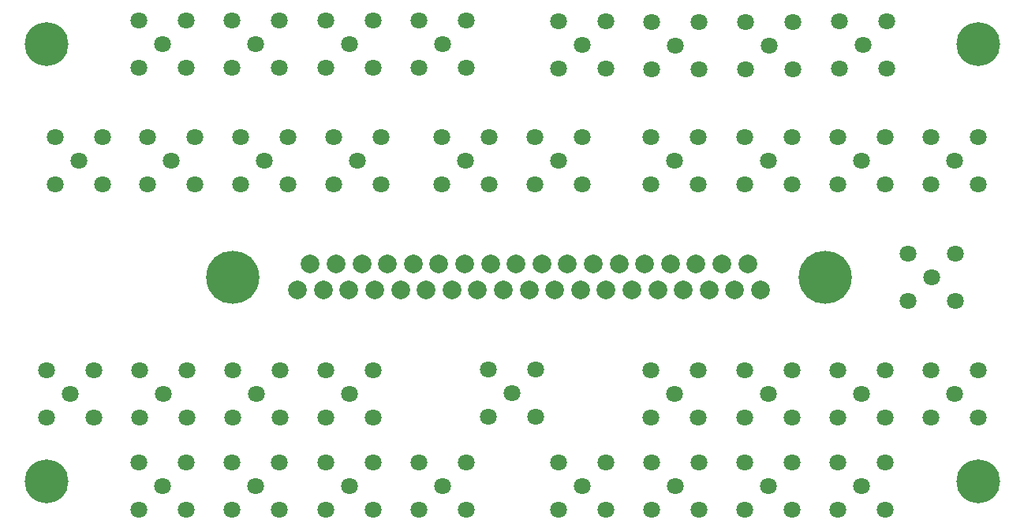
<source format=gts>
G04*
G04 #@! TF.GenerationSoftware,Altium Limited,Altium Designer,19.1.5 (86)*
G04*
G04 Layer_Color=8388736*
%FSLAX25Y25*%
%MOIN*%
G70*
G01*
G75*
%ADD12C,0.07099*%
%ADD13C,0.18517*%
%ADD14C,0.07887*%
%ADD15C,0.22453*%
D12*
X581181Y393543D02*
D03*
X571181Y403543D02*
D03*
Y383543D02*
D03*
X591181D02*
D03*
Y403543D02*
D03*
X580709Y206693D02*
D03*
X570709Y216693D02*
D03*
Y196693D02*
D03*
X590709D02*
D03*
Y216693D02*
D03*
X541339Y206693D02*
D03*
X531339Y216693D02*
D03*
Y196693D02*
D03*
X551339D02*
D03*
Y216693D02*
D03*
X501968Y206693D02*
D03*
X491968Y216693D02*
D03*
Y196693D02*
D03*
X511968D02*
D03*
Y216693D02*
D03*
X462598Y206693D02*
D03*
X452598Y216693D02*
D03*
Y196693D02*
D03*
X472598D02*
D03*
Y216693D02*
D03*
X403543Y206693D02*
D03*
X393543Y216693D02*
D03*
Y196693D02*
D03*
X413543D02*
D03*
Y216693D02*
D03*
X364173Y206693D02*
D03*
X354173Y216693D02*
D03*
Y196693D02*
D03*
X374173D02*
D03*
Y216693D02*
D03*
X324803Y206693D02*
D03*
X314803Y216693D02*
D03*
Y196693D02*
D03*
X334803D02*
D03*
Y216693D02*
D03*
X285433Y206693D02*
D03*
X275433Y216693D02*
D03*
Y196693D02*
D03*
X295433D02*
D03*
Y216693D02*
D03*
X403543Y393701D02*
D03*
X393543Y403701D02*
D03*
Y383701D02*
D03*
X413543D02*
D03*
Y403701D02*
D03*
X364173Y393701D02*
D03*
X354173Y403701D02*
D03*
Y383701D02*
D03*
X374173D02*
D03*
Y403701D02*
D03*
X374331Y255906D02*
D03*
Y235906D02*
D03*
X354331D02*
D03*
Y255906D02*
D03*
X364331Y245906D02*
D03*
X334961Y255906D02*
D03*
Y235906D02*
D03*
X314961D02*
D03*
Y255906D02*
D03*
X324961Y245906D02*
D03*
X295591Y255906D02*
D03*
Y235906D02*
D03*
X275591D02*
D03*
Y255906D02*
D03*
X285591Y245906D02*
D03*
X256220Y255906D02*
D03*
Y235906D02*
D03*
X236220D02*
D03*
Y255906D02*
D03*
X246220Y245906D02*
D03*
X377795Y354488D02*
D03*
Y334488D02*
D03*
X357795D02*
D03*
Y354488D02*
D03*
X367795Y344488D02*
D03*
X338425Y354488D02*
D03*
Y334488D02*
D03*
X318425D02*
D03*
Y354488D02*
D03*
X328425Y344488D02*
D03*
X299055Y354488D02*
D03*
Y334488D02*
D03*
X279055D02*
D03*
Y354488D02*
D03*
X289055Y344488D02*
D03*
X260000Y354488D02*
D03*
Y334488D02*
D03*
X240000D02*
D03*
Y354488D02*
D03*
X250000Y344488D02*
D03*
X334803Y403701D02*
D03*
Y383701D02*
D03*
X314803D02*
D03*
Y403701D02*
D03*
X324803Y393701D02*
D03*
X295433Y403701D02*
D03*
Y383701D02*
D03*
X275433D02*
D03*
Y403701D02*
D03*
X285433Y393701D02*
D03*
X629921Y255906D02*
D03*
Y235906D02*
D03*
X609921D02*
D03*
Y255906D02*
D03*
X619921Y245906D02*
D03*
X590551Y255906D02*
D03*
Y235906D02*
D03*
X570551D02*
D03*
Y255906D02*
D03*
X580551Y245906D02*
D03*
X551181Y255906D02*
D03*
Y235906D02*
D03*
X531181D02*
D03*
Y255906D02*
D03*
X541181Y245906D02*
D03*
X511811Y255906D02*
D03*
Y235906D02*
D03*
X491811D02*
D03*
Y255906D02*
D03*
X501811Y245906D02*
D03*
X551811Y403228D02*
D03*
Y383228D02*
D03*
X531811D02*
D03*
Y403228D02*
D03*
X541811Y393228D02*
D03*
X512126Y403228D02*
D03*
Y383228D02*
D03*
X492126D02*
D03*
Y403228D02*
D03*
X502126Y393228D02*
D03*
X472756Y403543D02*
D03*
Y383543D02*
D03*
X452756D02*
D03*
Y403543D02*
D03*
X462756Y393543D02*
D03*
X629921Y354331D02*
D03*
Y334331D02*
D03*
X609921D02*
D03*
Y354331D02*
D03*
X619921Y344331D02*
D03*
X590551Y354331D02*
D03*
Y334331D02*
D03*
X570551D02*
D03*
Y354331D02*
D03*
X580551Y344331D02*
D03*
X551181Y354331D02*
D03*
Y334331D02*
D03*
X531181D02*
D03*
Y354331D02*
D03*
X541181Y344331D02*
D03*
X511811Y354331D02*
D03*
Y334331D02*
D03*
X491811D02*
D03*
Y354331D02*
D03*
X501811Y344331D02*
D03*
X620236Y305276D02*
D03*
Y285276D02*
D03*
X600236D02*
D03*
Y305276D02*
D03*
X610236Y295276D02*
D03*
X443071Y256063D02*
D03*
Y236063D02*
D03*
X423071D02*
D03*
Y256063D02*
D03*
X433071Y246063D02*
D03*
X423386Y354488D02*
D03*
Y334488D02*
D03*
X403386D02*
D03*
Y354488D02*
D03*
X413386Y344488D02*
D03*
X462756Y354488D02*
D03*
Y334488D02*
D03*
X442756D02*
D03*
Y354488D02*
D03*
X452756Y344488D02*
D03*
D13*
X236220Y208661D02*
D03*
Y393701D02*
D03*
X629921Y208661D02*
D03*
Y393701D02*
D03*
D14*
X499947Y300876D02*
D03*
X489080D02*
D03*
X478213D02*
D03*
X467346D02*
D03*
X456479D02*
D03*
X445612D02*
D03*
X434745D02*
D03*
X423878D02*
D03*
X413011D02*
D03*
X402144D02*
D03*
X391277D02*
D03*
X380410D02*
D03*
X505364Y289676D02*
D03*
X494497D02*
D03*
X483630D02*
D03*
X472763D02*
D03*
X461896D02*
D03*
X451029D02*
D03*
X440162D02*
D03*
X429295D02*
D03*
X418428D02*
D03*
X407561D02*
D03*
X396694D02*
D03*
X385827D02*
D03*
X374960D02*
D03*
X516231D02*
D03*
X527098D02*
D03*
X537965D02*
D03*
X510814Y300876D02*
D03*
X521681D02*
D03*
X532548D02*
D03*
X342359Y289676D02*
D03*
X353226D02*
D03*
X364093D02*
D03*
X347809Y300876D02*
D03*
X358676D02*
D03*
X369543D02*
D03*
D15*
X314961Y295276D02*
D03*
X565360D02*
D03*
M02*

</source>
